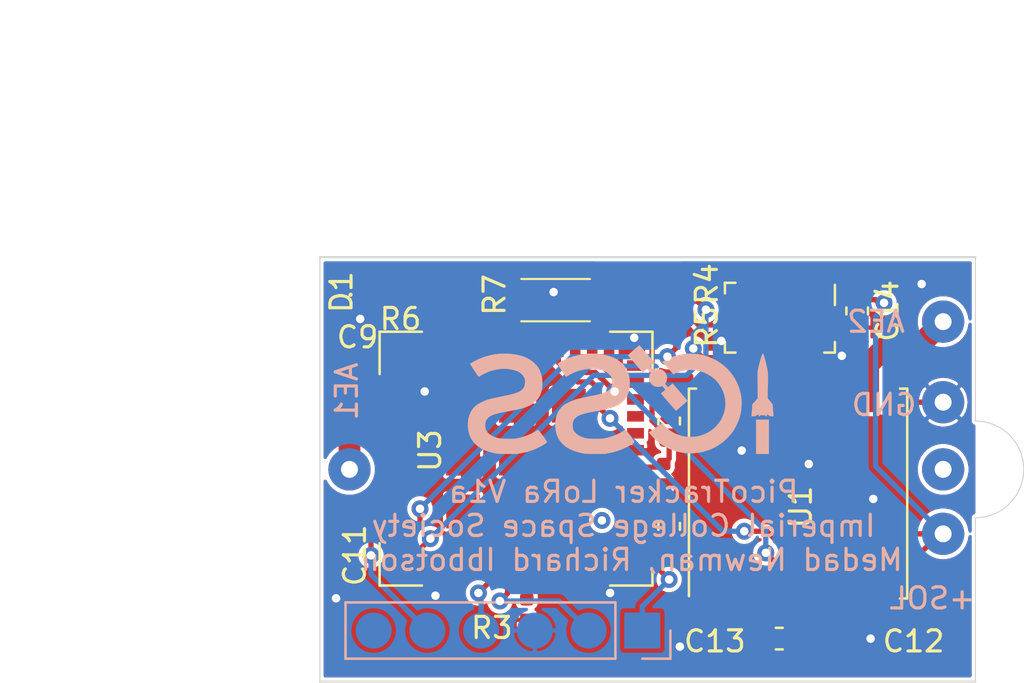
<source format=kicad_pcb>
(kicad_pcb (version 20171130) (host pcbnew "(5.1.2)-1")
  (title_block (title "PCB for Lora Pico Tracker") (date 2019-10-21) (company "Imperial College Space Society") (comment 1 "Richard Ibbotson, Medad Newman"))
  (layers (0 F.Cu signal hide) (31 B.Cu signal) (34 B.Paste user) (35 F.Paste user hide) (36 B.SilkS user) (37 F.SilkS user hide) (38 B.Mask user hide) (39 F.Mask user hide) (44 Edge.Cuts user))
  (net 0 "")
  (net 1 GND)
  (net 2 +3V3)
  (net 3 "Net-(C9-Pad1)")
  (net 4 /I2C1_SDA)
  (net 5 /I2C1_SCL)
  (net 6 "Net-(AE2-Pad1)")
  (net 7 /SWDIO)
  (net 8 /RESET)
  (net 9 /SWCLK)
  (net 10 "Net-(R3-Pad1)")
  (net 11 /GPS_TIMEPULSE)
  (net 12 /GPS_EXTINT)
  (net 13 "Net-(AE1-Pad1)")
  (net 14 /V_SOLAR)
  (net 15 "Net-(D1-Pad2)")
  (net 16 /LED)
  (net 17 /SWITCH)
  (net 18 /TCXO_EN)
  (module flight-computer:SolderWirePad_1x01_Drill0.8mm (layer F.Cu) (at 298.704 170.053)
    (fp_text reference StringHole1 hide)
    (fp_text value Unconnected)
    (pad "" np_thru_hole circle (at 0 0) (size 0.8 0.8) (drill 0.8) (layers *.Cu *.Mask))
  )
  (module RF_GPS:ublox_MAX (layer F.Cu) (at 289.306 171.196 90)
    (fp_text reference U1 (at -0.635 0.127 90) (layer F.SilkS))
    (fp_text value MAX-M8C)
    (pad 1 smd rect (at -4.75 -4.4 90) (size 1.8 0.7) (layers F.Cu F.Paste F.Mask) (net 1 GND))
    (pad 2 smd rect (at -4.75 -3.3 90) (size 1.8 0.8) (layers F.Cu F.Paste F.Mask))
    (pad 3 smd rect (at -4.75 -2.2 90) (size 1.8 0.8) (layers F.Cu F.Paste F.Mask))
    (pad 4 smd rect (at -4.75 -1.1 90) (size 1.8 0.8) (layers F.Cu F.Paste F.Mask) (net 11 /GPS_TIMEPULSE))
    (pad 5 smd rect (at -4.75 0 90) (size 1.8 0.8) (layers F.Cu F.Paste F.Mask) (net 12 /GPS_EXTINT))
    (pad 6 smd rect (at -4.75 1.1 90) (size 1.8 0.8) (layers F.Cu F.Paste F.Mask) (net 2 +3V3))
    (pad 7 smd rect (at -4.75 2.2 90) (size 1.8 0.8) (layers F.Cu F.Paste F.Mask) (net 2 +3V3))
    (pad 8 smd rect (at -4.75 3.3 90) (size 1.8 0.8) (layers F.Cu F.Paste F.Mask) (net 2 +3V3))
    (pad 9 smd rect (at -4.75 4.4 90) (size 1.8 0.7) (layers F.Cu F.Paste F.Mask) (net 2 +3V3))
    (pad 10 smd rect (at 4.75 4.4 90) (size 1.8 0.7) (layers F.Cu F.Paste F.Mask) (net 1 GND))
    (pad 11 smd rect (at 4.75 3.3 90) (size 1.8 0.8) (layers F.Cu F.Paste F.Mask) (net 6 "Net-(AE2-Pad1)"))
    (pad 12 smd rect (at 4.75 2.2 90) (size 1.8 0.8) (layers F.Cu F.Paste F.Mask) (net 1 GND))
    (pad 13 smd rect (at 4.75 1.1 90) (size 1.8 0.8) (layers F.Cu F.Paste F.Mask) (net 1 GND))
    (pad 14 smd rect (at 4.75 0 90) (size 1.8 0.8) (layers F.Cu F.Paste F.Mask))
    (pad 15 smd rect (at 4.75 -1.1 90) (size 1.8 0.8) (layers F.Cu F.Paste F.Mask))
    (pad 16 smd rect (at 4.75 -2.2 90) (size 1.8 0.8) (layers F.Cu F.Paste F.Mask) (net 4 /I2C1_SDA))
    (pad 17 smd rect (at 4.75 -3.3 90) (size 1.8 0.8) (layers F.Cu F.Paste F.Mask) (net 5 /I2C1_SCL))
    (pad 18 smd rect (at 4.75 -4.4 90) (size 1.8 0.7) (layers F.Cu F.Paste F.Mask))
  )
  (module Connector_Wire:SolderWirePad_1x01_Drill0.8mm (layer F.Cu) (at 296.164 170.053 90)
    (fp_text reference SolarCellMount1 hide)
    (fp_text value Unconnected)
    (pad 1 thru_hole circle (at 0 0 90) (size 1.99898 1.99898) (drill 0.8001) (layers *.Cu *.Mask))
  )
  (module Connector_Wire:SolderWirePad_1x01_Drill0.8mm (layer F.Cu) (at 296.164 173.101 270)
    (fp_text reference +SOL (at 3.048 0.508 180) (layer B.SilkS) (effects (justify mirror)))
    (fp_text value 3.3V)
    (pad 1 thru_hole circle (at 0 0 270) (size 1.99898 1.99898) (drill 0.8001) (layers *.Cu *.Mask) (net 2 +3V3))
  )
  (module Connector_Wire:SolderWirePad_1x01_Drill0.8mm (layer F.Cu) (at 296.164 166.878 270)
    (fp_text reference GND (at 0.127 2.794 180) (layer B.SilkS) (effects (justify mirror)))
    (fp_text value GND)
    (pad 1 thru_hole circle (at 0 0 270) (size 1.99898 1.99898) (drill 0.8001) (layers *.Cu *.Mask) (net 1 GND))
  )
  (module Capacitor_SMD:C_0603_1608Metric (layer F.Cu) (at 288.417 178.054 180)
    (fp_text reference C13 (at 3.048 -0.127) (layer F.SilkS))
    (fp_text value 10uF)
    (pad 1 smd roundrect (at -0.7875 0 180) (size 0.875 0.95) (layers F.Cu F.Paste F.Mask) (net 2 +3V3))
    (pad 2 smd roundrect (at 0.7875 0 180) (size 0.875 0.95) (layers F.Cu F.Paste F.Mask) (net 1 GND))
  )
  (module Capacitor_SMD:C_0603_1608Metric (layer F.Cu) (at 292.1 162.56 270)
    (fp_text reference C14 (at 0 -1.43 90) (layer F.SilkS))
    (fp_text value 220nF)
    (pad 1 smd roundrect (at -0.7875 0 270) (size 0.875 0.95) (layers F.Cu F.Paste F.Mask) (net 2 +3V3))
    (pad 2 smd roundrect (at 0.7875 0 270) (size 0.875 0.95) (layers F.Cu F.Paste F.Mask) (net 1 GND))
  )
  (module Capacitor_SMD:C_0402_1005Metric (layer F.Cu) (at 290.98 178.054 180)
    (fp_text reference C12 (at -3.787 -0.127 180) (layer F.SilkS))
    (fp_text value 100nF)
    (pad 2 smd roundrect (at 0.485 0 180) (size 0.59 0.64) (layers F.Cu F.Paste F.Mask) (net 1 GND))
    (pad 1 smd roundrect (at -0.485 0 180) (size 0.59 0.64) (layers F.Cu F.Paste F.Mask) (net 2 +3V3))
  )
  (module Connector_Wire:SolderWirePad_1x01_Drill0.8mm (layer F.Cu) (at 296.164 163.068 90)
    (fp_text reference AE2 (at 0 -3.175) (layer B.SilkS) (effects (justify mirror)))
    (fp_text value "GPS Antenna")
    (pad 1 thru_hole circle (at 0 0 90) (size 1.99898 1.99898) (drill 0.8001) (layers *.Cu *.Mask) (net 6 "Net-(AE2-Pad1)"))
  )
  (module Package_LGA:LGA-8_3x5mm_P1.25mm (layer F.Cu) (at 288.447 162.882 270)
    (fp_text reference U6 hide)
    (fp_text value MS5607-02BA)
    (pad 4 smd rect (at -1.075 1.875 270) (size 0.95 0.55) (layers F.Cu F.Paste F.Mask) (net 1 GND))
    (pad 1 smd rect (at -1.075 -1.875 270) (size 0.95 0.55) (layers F.Cu F.Paste F.Mask) (net 2 +3V3))
    (pad 2 smd rect (at -1.075 -0.625 270) (size 0.95 0.55) (layers F.Cu F.Paste F.Mask) (net 2 +3V3))
    (pad 3 smd rect (at -1.075 0.625 270) (size 0.95 0.55) (layers F.Cu F.Paste F.Mask) (net 1 GND))
    (pad 8 smd rect (at 1.075 -1.875 270) (size 0.95 0.55) (layers F.Cu F.Paste F.Mask) (net 5 /I2C1_SCL))
    (pad 7 smd rect (at 1.075 -0.625 270) (size 0.95 0.55) (layers F.Cu F.Paste F.Mask) (net 4 /I2C1_SDA))
    (pad 6 smd rect (at 1.075 0.625 270) (size 0.95 0.55) (layers F.Cu F.Paste F.Mask))
    (pad 5 smd rect (at 1.075 1.875 270) (size 0.95 0.55) (layers F.Cu F.Paste F.Mask) (net 1 GND))
  )
  (module Capacitor_SMD:C_0603_1608Metric (layer F.Cu) (at 283.21 172.7455 270)
    (fp_text reference C10 hide)
    (fp_text value 10uF)
    (pad 2 smd roundrect (at 0.7875 0 270) (size 0.875 0.95) (layers F.Cu F.Paste F.Mask) (net 1 GND))
    (pad 1 smd roundrect (at -0.7875 0 270) (size 0.875 0.95) (layers F.Cu F.Paste F.Mask) (net 2 +3V3))
  )
  (module Capacitor_SMD:C_0603_1608Metric (layer F.Cu) (at 283.21 167.767 90)
    (fp_text reference C7 hide)
    (fp_text value 1uF)
    (pad 2 smd roundrect (at 0.7875 0 90) (size 0.875 0.95) (layers F.Cu F.Paste F.Mask) (net 1 GND))
    (pad 1 smd roundrect (at -0.7875 0 90) (size 0.875 0.95) (layers F.Cu F.Paste F.Mask) (net 2 +3V3))
  )
  (module Capacitor_SMD:C_0402_1005Metric (layer F.Cu) (at 282.956 170.284 270)
    (fp_text reference C5 hide)
    (fp_text value 100nF)
    (pad 2 smd roundrect (at 0.485 0 270) (size 0.59 0.64) (layers F.Cu F.Paste F.Mask) (net 1 GND))
    (pad 1 smd roundrect (at -0.485 0 270) (size 0.59 0.64) (layers F.Cu F.Paste F.Mask) (net 2 +3V3))
  )
  (module LED_SMD:LED_0402_1005Metric (layer F.Cu) (at 269.24 161.798)
    (fp_text reference D1 (at -1.524 -0.127 90) (layer F.SilkS))
    (fp_text value LED)
    (pad 2 smd roundrect (at 0.485 0) (size 0.59 0.64) (layers F.Cu F.Paste F.Mask) (net 15 "Net-(D1-Pad2)"))
    (pad 1 smd roundrect (at -0.485 0) (size 0.59 0.64) (layers F.Cu F.Paste F.Mask) (net 1 GND))
  )
  (module Resistor_SMD:R_0402_1005Metric (layer F.Cu) (at 271.272 161.798)
    (fp_text reference R6 (at -0.762 1.143) (layer F.SilkS))
    (fp_text value R)
    (pad 2 smd roundrect (at 0.485 0) (size 0.59 0.64) (layers F.Cu F.Paste F.Mask) (net 16 /LED))
    (pad 1 smd roundrect (at -0.485 0) (size 0.59 0.64) (layers F.Cu F.Paste F.Mask) (net 15 "Net-(D1-Pad2)"))
  )
  (module Capacitor_SMD:C_0402_1005Metric (layer F.Cu) (at 268.478 172.339 180)
    (fp_text reference C1 hide)
    (fp_text value 100nF)
    (pad 2 smd roundrect (at 0.485 0 180) (size 0.59 0.64) (layers F.Cu F.Paste F.Mask) (net 1 GND))
    (pad 1 smd roundrect (at -0.485 0 180) (size 0.59 0.64) (layers F.Cu F.Paste F.Mask) (net 8 /RESET))
  )
  (module Capacitor_SMD:C_0402_1005Metric (layer F.Cu) (at 268.478 164.973)
    (fp_text reference C9 (at 0 -1.17) (layer F.SilkS))
    (fp_text value NF)
    (pad 1 smd roundrect (at -0.485 0) (size 0.59 0.64) (layers F.Cu F.Paste F.Mask) (net 3 "Net-(C9-Pad1)"))
    (pad 2 smd roundrect (at 0.485 0) (size 0.59 0.64) (layers F.Cu F.Paste F.Mask) (net 1 GND))
  )
  (module flight-computer:ICSS_Logo (layer B.Cu) (at 280.924 166.751 180)
    (fp_text reference J4 hide)
    (fp_text value "ICSS Logo" hide)
  )
  (module Connector_Wire:SolderWirePad_1x01_Drill0.8mm (layer F.Cu) (at 266.319 169.164)
    (fp_text reference AE1 (at 1.651 -2.794 90) (layer B.SilkS) (effects (justify mirror)))
    (fp_text value "Lora Antenna")
    (pad 1 thru_hole circle (at 1.778 0.889) (size 1.99898 1.99898) (drill 0.8001) (layers *.Cu *.Mask) (net 13 "Net-(AE1-Pad1)"))
  )
  (module flight-computer:EVPAWCD4A (layer F.Cu) (at 277.368 162.052 180)
    (fp_text reference SW1 hide)
    (fp_text value SW_Push hide)
    (pad 2 smd rect (at -2.1 0 180) (size 0.55 1.5) (layers F.Cu F.Paste F.Mask) (net 2 +3V3))
    (pad 1 smd rect (at 1.15 0 180) (size 0.55 1.5) (layers F.Cu F.Paste F.Mask) (net 17 /SWITCH))
  )
  (module Resistor_SMD:R_0402_1005Metric (layer F.Cu) (at 273.304 161.798 180)
    (fp_text reference R7 (at -1.651 0 90) (layer F.SilkS))
    (fp_text value 100K)
    (pad 2 smd roundrect (at 0.485 0 180) (size 0.59 0.64) (layers F.Cu F.Paste F.Mask) (net 1 GND))
    (pad 1 smd roundrect (at -0.485 0 180) (size 0.59 0.64) (layers F.Cu F.Paste F.Mask) (net 17 /SWITCH))
  )
  (module RF_Module:CMWX1ZZABZ (layer F.Cu) (at 275.971 169.545 180)
    (fp_text reference U3 (at 4.064 0.381 90) (layer F.SilkS))
    (fp_text value CMWX1ZZABZ-078)
    (pad 38 smd rect (at 3.6 -5.2 270) (size 0.8 0.5) (layers F.Cu F.Paste F.Mask))
    (pad 26 smd rect (at 5.65 3.6 180) (size 0.8 0.5) (layers F.Cu F.Paste F.Mask) (net 3 "Net-(C9-Pad1)"))
    (pad 25 smd rect (at 5.65 4.4 180) (size 0.8 0.5) (layers F.Cu F.Paste F.Mask) (net 1 GND))
    (pad 24 smd rect (at 4.4 5.2 90) (size 0.8 0.5) (layers F.Cu F.Paste F.Mask) (net 16 /LED))
    (pad 23 smd rect (at 3.6 5.2 90) (size 0.8 0.5) (layers F.Cu F.Paste F.Mask) (net 17 /SWITCH))
    (pad 22 smd rect (at 2.8 5.2 90) (size 0.8 0.5) (layers F.Cu F.Paste F.Mask))
    (pad 21 smd rect (at 2 5.2 90) (size 0.8 0.5) (layers F.Cu F.Paste F.Mask) (net 14 /V_SOLAR))
    (pad 20 smd rect (at 1.2 5.2 90) (size 0.8 0.5) (layers F.Cu F.Paste F.Mask))
    (pad 19 smd rect (at 0.4 5.2 270) (size 0.8 0.5) (layers F.Cu F.Paste F.Mask))
    (pad 18 smd rect (at -0.4 5.2 270) (size 0.8 0.5) (layers F.Cu F.Paste F.Mask))
    (pad 17 smd rect (at -1.2 5.2 270) (size 0.8 0.5) (layers F.Cu F.Paste F.Mask))
    (pad 16 smd rect (at -2 5.2 270) (size 0.8 0.5) (layers F.Cu F.Paste F.Mask) (net 12 /GPS_EXTINT))
    (pad 15 smd rect (at -2.8 5.2 270) (size 0.8 0.5) (layers F.Cu F.Paste F.Mask) (net 11 /GPS_TIMEPULSE))
    (pad 14 smd rect (at -3.6 5.2 270) (size 0.8 0.5) (layers F.Cu F.Paste F.Mask))
    (pad 13 smd rect (at -4.4 5.2 270) (size 0.8 0.5) (layers F.Cu F.Paste F.Mask))
    (pad 12 smd rect (at -5.65 4.4 180) (size 0.8 0.5) (layers F.Cu F.Paste F.Mask))
    (pad 41 smd rect (at 1.2 -5.2 270) (size 0.8 0.5) (layers F.Cu F.Paste F.Mask) (net 7 /SWDIO))
    (pad 40 smd rect (at 2 -5.2 270) (size 0.8 0.5) (layers F.Cu F.Paste F.Mask) (net 18 /TCXO_EN))
    (pad 39 smd rect (at 2.8 -5.2 270) (size 0.8 0.5) (layers F.Cu F.Paste F.Mask))
    (pad 37 smd rect (at 4.4 -5.2 270) (size 0.8 0.5) (layers F.Cu F.Paste F.Mask))
    (pad 36 smd rect (at 5.65 -4.4 180) (size 0.8 0.5) (layers F.Cu F.Paste F.Mask) (net 4 /I2C1_SDA))
    (pad 35 smd rect (at 5.65 -3.6 180) (size 0.8 0.5) (layers F.Cu F.Paste F.Mask) (net 5 /I2C1_SCL))
    (pad 34 smd rect (at 5.65 -2.8 180) (size 0.8 0.5) (layers F.Cu F.Paste F.Mask) (net 8 /RESET))
    (pad 33 smd rect (at 5.65 -2 180) (size 0.8 0.5) (layers F.Cu F.Paste F.Mask))
    (pad 32 smd rect (at 5.65 -1.2 180) (size 0.8 0.5) (layers F.Cu F.Paste F.Mask))
    (pad 31 smd rect (at 5.65 -0.4 180) (size 0.8 0.5) (layers F.Cu F.Paste F.Mask))
    (pad 30 smd rect (at 5.65 0.4 180) (size 0.8 0.5) (layers F.Cu F.Paste F.Mask))
    (pad 29 smd rect (at 5.65 1.2 180) (size 0.8 0.5) (layers F.Cu F.Paste F.Mask))
    (pad 28 smd rect (at 5.65 2 180) (size 0.8 0.5) (layers F.Cu F.Paste F.Mask))
    (pad 27 smd rect (at 5.65 2.8 180) (size 0.8 0.5) (layers F.Cu F.Paste F.Mask) (net 1 GND))
    (pad 11 smd rect (at -5.65 3.6 180) (size 0.8 0.5) (layers F.Cu F.Paste F.Mask))
    (pad 10 smd rect (at -5.65 2.8 180) (size 0.8 0.5) (layers F.Cu F.Paste F.Mask))
    (pad 9 smd rect (at -5.65 2 180) (size 0.8 0.5) (layers F.Cu F.Paste F.Mask))
    (pad 8 smd rect (at -5.65 1.2 180) (size 0.8 0.5) (layers F.Cu F.Paste F.Mask))
    (pad 7 smd rect (at -5.65 0.4 180) (size 0.8 0.5) (layers F.Cu F.Paste F.Mask) (net 1 GND))
    (pad 6 smd rect (at -5.65 -0.4 180) (size 0.8 0.5) (layers F.Cu F.Paste F.Mask) (net 2 +3V3))
    (pad 5 smd rect (at -5.65 -1.2 180) (size 0.8 0.5) (layers F.Cu F.Paste F.Mask) (net 2 +3V3))
    (pad 4 smd rect (at -5.65 -2 180) (size 0.8 0.5) (layers F.Cu F.Paste F.Mask) (net 2 +3V3))
    (pad 3 smd rect (at -5.65 -2.8 180) (size 0.8 0.5) (layers F.Cu F.Paste F.Mask) (net 1 GND))
    (pad 2 smd rect (at -5.65 -3.6 180) (size 0.8 0.5) (layers F.Cu F.Paste F.Mask))
    (pad 1 smd rect (at -5.65 -4.4 180) (size 0.8 0.5) (layers F.Cu F.Paste F.Mask))
    (pad 42 smd rect (at 0.4 -5.2 270) (size 0.8 0.5) (layers F.Cu F.Paste F.Mask) (net 9 /SWCLK))
    (pad 43 smd rect (at -0.4 -5.2 270) (size 0.8 0.5) (layers F.Cu F.Paste F.Mask) (net 10 "Net-(R3-Pad1)"))
    (pad 44 smd rect (at -1.2 -5.2 270) (size 0.8 0.5) (layers F.Cu F.Paste F.Mask) (net 1 GND))
    (pad 45 smd rect (at -2 -5.2 270) (size 0.8 0.5) (layers F.Cu F.Paste F.Mask))
    (pad 46 smd rect (at -2.8 -5.2 270) (size 0.8 0.5) (layers F.Cu F.Paste F.Mask))
    (pad 47 smd rect (at -3.6 -5.2 270) (size 0.8 0.5) (layers F.Cu F.Paste F.Mask))
    (pad 48 smd rect (at -4.4 -5.2 270) (size 0.8 0.5) (layers F.Cu F.Paste F.Mask) (net 18 /TCXO_EN))
    (pad 49 smd rect (at -2.5 -2.5 270) (size 1.6 1.6) (layers F.Cu F.Paste F.Mask) (net 1 GND))
    (pad 50 smd rect (at 0 -2.5 270) (size 1.6 1.6) (layers F.Cu F.Paste F.Mask) (net 1 GND))
    (pad 51 smd rect (at 2.5 -2.5 270) (size 1.6 1.6) (layers F.Cu F.Paste F.Mask) (net 1 GND))
    (pad 52 smd rect (at -2.5 0 270) (size 1.6 1.6) (layers F.Cu F.Paste F.Mask) (net 1 GND))
    (pad 53 smd rect (at 0 0 270) (size 1.6 1.6) (layers F.Cu F.Paste F.Mask) (net 1 GND))
    (pad 54 smd rect (at 2.5 0 270) (size 1.6 1.6) (layers F.Cu F.Paste F.Mask) (net 1 GND))
    (pad 55 smd rect (at -2.5 2.5 270) (size 1.6 1.6) (layers F.Cu F.Paste F.Mask) (net 1 GND))
    (pad 56 smd rect (at 0 2.5 270) (size 1.6 1.6) (layers F.Cu F.Paste F.Mask) (net 1 GND))
    (pad 57 smd rect (at 2.5 2.5 270) (size 1.6 1.6) (layers F.Cu F.Paste F.Mask) (net 1 GND))
  )
  (module Resistor_SMD:R_0402_1005Metric (layer F.Cu) (at 281.328 162.814)
    (fp_text reference R2 hide)
    (fp_text value 100K)
    (pad 2 smd roundrect (at 0.485 0) (size 0.59 0.64) (layers F.Cu F.Paste F.Mask) (net 1 GND))
    (pad 1 smd roundrect (at -0.485 0) (size 0.59 0.64) (layers F.Cu F.Paste F.Mask) (net 14 /V_SOLAR))
  )
  (module Resistor_SMD:R_0402_1005Metric (layer F.Cu) (at 281.305 161.163 180)
    (fp_text reference R1 hide)
    (fp_text value 100K)
    (pad 2 smd roundrect (at 0.485 0 180) (size 0.59 0.64) (layers F.Cu F.Paste F.Mask) (net 14 /V_SOLAR))
    (pad 1 smd roundrect (at -0.485 0 180) (size 0.59 0.64) (layers F.Cu F.Paste F.Mask) (net 2 +3V3))
  )
  (module Resistor_SMD:R_0402_1005Metric (layer F.Cu) (at 283.233 162.814)
    (fp_text reference R5 (at 1.755 0.508 90) (layer F.SilkS))
    (fp_text value 4.7K)
    (pad 2 smd roundrect (at 0.485 0) (size 0.59 0.64) (layers F.Cu F.Paste F.Mask) (net 5 /I2C1_SCL))
    (pad 1 smd roundrect (at -0.485 0) (size 0.59 0.64) (layers F.Cu F.Paste F.Mask) (net 2 +3V3))
  )
  (module Resistor_SMD:R_0402_1005Metric (layer F.Cu) (at 283.21 161.163 180)
    (fp_text reference R4 (at -1.778 -0.127 270) (layer F.SilkS))
    (fp_text value 4.7K)
    (pad 2 smd roundrect (at 0.485 0 180) (size 0.59 0.64) (layers F.Cu F.Paste F.Mask) (net 4 /I2C1_SDA))
    (pad 1 smd roundrect (at -0.485 0 180) (size 0.59 0.64) (layers F.Cu F.Paste F.Mask) (net 2 +3V3))
  )
  (module femto_footprints:special_test_pads (layer B.Cu) (at 281.94 177.673 90)
    (fp_text reference J1 hide)
    (fp_text value Conn_01x06 hide)
    (pad 1 smd rect (at 0 0 90) (size 1.7 1.7) (layers B.Cu B.Mask) (net 2 +3V3))
    (pad 2 smd oval (at 0 -2.54 90) (size 1.7 1.7) (layers B.Cu B.Mask) (net 9 /SWCLK))
    (pad 3 smd oval (at 0 -5.08 90) (size 1.7 1.7) (layers B.Cu B.Mask) (net 1 GND))
    (pad 4 smd oval (at 0 -7.62 90) (size 1.7 1.7) (layers B.Cu B.Mask) (net 7 /SWDIO))
    (pad 5 smd oval (at 0 -10.16 90) (size 1.7 1.7) (layers B.Cu B.Mask) (net 8 /RESET))
    (pad 6 smd oval (at 0 -12.7 90) (size 1.7 1.7) (layers B.Cu B.Mask))
  )
  (module Capacitor_SMD:C_0402_1005Metric (layer F.Cu) (at 268.501 168.021)
    (fp_text reference C11 (at -0.15 6.096 270) (layer F.SilkS))
    (fp_text value NF)
    (pad 1 smd roundrect (at -0.485 0) (size 0.59 0.64) (layers F.Cu F.Paste F.Mask) (net 13 "Net-(AE1-Pad1)"))
    (pad 2 smd roundrect (at 0.485 0) (size 0.59 0.64) (layers F.Cu F.Paste F.Mask) (net 1 GND))
  )
  (module Capacitor_SMD:C_0402_1005Metric (layer F.Cu) (at 267.97 166.497 90)
    (fp_text reference L1 hide)
    (fp_text value NF)
    (pad 2 smd roundrect (at 0.485 0 90) (size 0.59 0.64) (layers F.Cu F.Paste F.Mask) (net 3 "Net-(C9-Pad1)"))
    (pad 1 smd roundrect (at -0.485 0 90) (size 0.59 0.64) (layers F.Cu F.Paste F.Mask) (net 13 "Net-(AE1-Pad1)"))
  )
  (module Resistor_SMD:R_0402_1005Metric (layer F.Cu) (at 276.479 176.68 270)
    (fp_text reference R3 (at 0.866 1.651 180) (layer F.SilkS))
    (fp_text value 10K)
    (pad 1 smd roundrect (at -0.485 0 270) (size 0.59 0.64) (layers F.Cu F.Paste F.Mask) (net 10 "Net-(R3-Pad1)"))
    (pad 2 smd roundrect (at 0.485 0 270) (size 0.59 0.64) (layers F.Cu F.Paste F.Mask) (net 1 GND))
  )
  (gr_text "PicoTracker LoRa V1a\nImperial College Space Society\nMedad Newman, Richard Ibbotson " (at 281.051 172.72) (layer B.SilkS) (effects (font (size 1 1)) (justify mirror)))
  (gr_line (start 266.7 172.085) (end 266.7 166.37) (layer Edge.Cuts) (width 0.05))
  (gr_line (start 266.7 160.02) (end 266.7 166.37) (layer Edge.Cuts) (width 0.05))
  (gr_line (start 266.7 180.086) (end 266.7 172.085) (layer Edge.Cuts) (width 0.05))
  (gr_line (start 297.688 160.02) (end 297.688 167.767) (layer Edge.Cuts) (width 0.05))
  (gr_arc (start 297.688 170.053) (end 297.688 172.339) (angle -180) (layer Edge.Cuts) (width 0.05))
  (gr_line (start 297.688 180.086) (end 297.688 172.339) (layer Edge.Cuts) (width 0.05))
  (gr_line (start 297.688 180.086) (end 266.7 180.086) (layer Edge.Cuts) (width 0.1))
  (gr_line (start 266.7 160.02) (end 297.688 160.02) (layer Edge.Cuts) (width 0.1))
  (via (at 280.035 172.466) (size 0.8) (drill 0.4) (layers F.Cu B.Cu) (net 0))
  (segment (start 290.59301 178.69901) (end 291.96299 178.69901) (width 0.25) (layer F.Cu) (net 1))
  (via (at 292.735 178.054) (size 0.8) (drill 0.4) (layers F.Cu B.Cu) (net 1))
  (segment (start 291.372999 167.606001) (end 291.437999 167.671001) (width 0.25) (layer F.Cu) (net 1))
  (segment (start 291.437999 167.671001) (end 293.957507 167.671001) (width 0.25) (layer F.Cu) (net 1))
  (segment (start 293.957507 167.671001) (end 294.750508 166.878) (width 0.25) (layer F.Cu) (net 1))
  (segment (start 294.750508 166.878) (end 296.164 166.878) (width 0.25) (layer F.Cu) (net 1))
  (segment (start 292.1 163.6015) (end 291.372999 164.328501) (width 0.25) (layer F.Cu) (net 1))
  (segment (start 291.372999 164.328501) (end 291.372999 164.684001) (width 0.25) (layer F.Cu) (net 1))
  (segment (start 290.495 178.054) (end 290.495 178.474) (width 0.25) (layer F.Cu) (net 1))
  (segment (start 292.08999 178.69901) (end 292.735 178.054) (width 0.25) (layer F.Cu) (net 1))
  (segment (start 290.495 178.474) (end 290.72001 178.69901) (width 0.25) (layer F.Cu) (net 1))
  (segment (start 284.906 177.096) (end 284.906 175.946) (width 0.25) (layer F.Cu) (net 1))
  (segment (start 285.864 178.054) (end 284.906 177.096) (width 0.25) (layer F.Cu) (net 1))
  (segment (start 287.6295 178.054) (end 285.864 178.054) (width 0.25) (layer F.Cu) (net 1))
  (via (at 281.559 163.83) (size 0.8) (drill 0.4) (layers F.Cu B.Cu) (net 1))
  (segment (start 281.813 162.814) (end 281.813 163.576) (width 0.25) (layer F.Cu) (net 1))
  (segment (start 281.813 163.576) (end 281.559 163.83) (width 0.25) (layer F.Cu) (net 1))
  (via (at 285.673623 163.979132) (size 0.8) (drill 0.4) (layers F.Cu B.Cu) (net 1))
  (segment (start 286.572 163.957) (end 285.695755 163.957) (width 0.25) (layer F.Cu) (net 1))
  (segment (start 285.695755 163.957) (end 285.673623 163.979132) (width 0.25) (layer F.Cu) (net 1))
  (via (at 268.605 162.941) (size 0.8) (drill 0.4) (layers F.Cu B.Cu) (net 1))
  (via (at 283.718 178.435) (size 0.8) (drill 0.4) (layers F.Cu B.Cu) (net 1))
  (via (at 272.161 176.022) (size 0.8) (drill 0.4) (layers F.Cu B.Cu) (net 1))
  (via (at 280.416 175.895) (size 0.8) (drill 0.4) (layers F.Cu B.Cu) (net 1))
  (via (at 277.749 161.671) (size 0.8) (drill 0.4) (layers F.Cu B.Cu) (net 1))
  (via (at 289.814 169.799) (size 0.8) (drill 0.4) (layers F.Cu B.Cu) (net 1))
  (segment (start 291.372999 164.684001) (end 291.372999 167.606001) (width 0.25) (layer F.Cu) (net 1))
  (via (at 291.372999 164.684001) (size 0.8) (drill 0.4) (layers F.Cu B.Cu) (net 1))
  (via (at 271.653 166.37) (size 0.8) (drill 0.4) (layers F.Cu B.Cu) (net 1))
  (via (at 267.462 176.149) (size 0.8) (drill 0.4) (layers F.Cu B.Cu) (net 1))
  (via (at 295.148 161.29) (size 0.8) (drill 0.4) (layers F.Cu B.Cu) (net 1))
  (via (at 292.862 171.45) (size 0.8) (drill 0.4) (layers F.Cu B.Cu) (net 1))
  (via (at 286.639 169.164) (size 0.8) (drill 0.4) (layers F.Cu B.Cu) (net 1))
  (segment (start 289.2017 160.782) (end 289.814 160.782) (width 0.2933) (layer F.Cu) (net 2))
  (segment (start 291.465 178.054) (end 291.465 177.8) (width 0.25) (layer F.Cu) (net 2))
  (segment (start 291.465 177.8) (end 290.406 176.741) (width 0.25) (layer F.Cu) (net 2))
  (segment (start 290.406 176.741) (end 290.406 175.946) (width 0.25) (layer F.Cu) (net 2))
  (segment (start 293.706 175.946) (end 293.706 175.396) (width 0.25) (layer F.Cu) (net 2))
  (segment (start 294.750508 173.101) (end 296.164 173.101) (width 0.25) (layer F.Cu) (net 2))
  (segment (start 292.606 174.796) (end 294.301 173.101) (width 0.25) (layer F.Cu) (net 2))
  (segment (start 294.301 173.101) (end 294.750508 173.101) (width 0.25) (layer F.Cu) (net 2))
  (segment (start 290.406 174.796) (end 292.101 173.101) (width 0.25) (layer F.Cu) (net 2))
  (segment (start 290.406 175.946) (end 290.406 174.796) (width 0.25) (layer F.Cu) (net 2))
  (segment (start 291.506 175.946) (end 291.506 174.796) (width 0.25) (layer F.Cu) (net 2))
  (segment (start 291.506 174.796) (end 293.201 173.101) (width 0.25) (layer F.Cu) (net 2))
  (segment (start 293.201 173.101) (end 293.624 173.101) (width 0.25) (layer F.Cu) (net 2))
  (segment (start 290.322 161.163) (end 290.322 161.807) (width 0.2933) (layer F.Cu) (net 2))
  (segment (start 289.072 161.807) (end 289.072 161.0387) (width 0.2933) (layer F.Cu) (net 2))
  (segment (start 289.941 160.782) (end 290.322 161.163) (width 0.2933) (layer F.Cu) (net 2))
  (segment (start 291.8805 161.807) (end 292.1 162.0265) (width 0.2933) (layer F.Cu) (net 2))
  (segment (start 289.072 161.0387) (end 289.3287 160.782) (width 0.2933) (layer F.Cu) (net 2))
  (segment (start 290.322 161.807) (end 291.8805 161.807) (width 0.2933) (layer F.Cu) (net 2))
  (segment (start 292.9635 162.0265) (end 293.37 162.433) (width 0.25) (layer F.Cu) (net 2))
  (segment (start 295.656 173.609) (end 296.164 173.101) (width 0.25) (layer F.Cu) (net 2))
  (segment (start 292.970001 169.907001) (end 296.164 173.101) (width 0.25) (layer B.Cu) (net 2))
  (segment (start 293.37 162.433) (end 292.970001 162.832999) (width 0.25) (layer B.Cu) (net 2))
  (segment (start 292.970001 162.832999) (end 292.970001 169.907001) (width 0.25) (layer B.Cu) (net 2))
  (segment (start 292.1 162.0265) (end 292.9635 162.0265) (width 0.25) (layer F.Cu) (net 2))
  (via (at 293.37 162.179) (size 0.8) (drill 0.4) (layers F.Cu B.Cu) (net 2))
  (segment (start 289.2045 178.054) (end 290.406 176.8525) (width 0.25) (layer F.Cu) (net 2))
  (segment (start 293.706 175.396) (end 296.001 173.101) (width 0.25) (layer F.Cu) (net 2))
  (segment (start 296.001 173.101) (end 296.164 173.101) (width 0.25) (layer F.Cu) (net 2))
  (segment (start 290.406 176.8525) (end 290.406 175.946) (width 0.25) (layer F.Cu) (net 2))
  (segment (start 293.624 173.101) (end 294.750508 173.101) (width 0.25) (layer F.Cu) (net 2))
  (segment (start 292.101 173.101) (end 293.624 173.101) (width 0.25) (layer F.Cu) (net 2))
  (segment (start 292.606 175.946) (end 292.606 174.796) (width 0.25) (layer F.Cu) (net 2))
  (segment (start 282.797 171.545) (end 283.21 171.958) (width 0.25) (layer F.Cu) (net 2))
  (segment (start 281.621 171.545) (end 282.797 171.545) (width 0.25) (layer F.Cu) (net 2))
  (segment (start 282.81 169.945) (end 282.956 169.799) (width 0.25) (layer F.Cu) (net 2))
  (segment (start 281.621 169.945) (end 282.81 169.945) (width 0.25) (layer F.Cu) (net 2))
  (segment (start 283.21 169.545) (end 282.956 169.799) (width 0.25) (layer F.Cu) (net 2))
  (segment (start 283.21 168.5545) (end 283.21 169.545) (width 0.25) (layer F.Cu) (net 2))
  (segment (start 280.905 169.945) (end 281.621 169.945) (width 0.25) (layer F.Cu) (net 2))
  (segment (start 280.613 170.237) (end 280.905 169.945) (width 0.25) (layer F.Cu) (net 2))
  (segment (start 281.621 170.745) (end 280.613 170.745) (width 0.25) (layer F.Cu) (net 2))
  (segment (start 280.613 170.745) (end 280.613 170.237) (width 0.25) (layer F.Cu) (net 2))
  (segment (start 281.146 171.545) (end 281.621 171.545) (width 0.25) (layer F.Cu) (net 2))
  (segment (start 280.613 170.745) (end 280.613 171.012) (width 0.25) (layer F.Cu) (net 2))
  (segment (start 280.613 171.012) (end 281.146 171.545) (width 0.25) (layer F.Cu) (net 2))
  (via (at 283.21 175.26) (size 0.8) (drill 0.4) (layers F.Cu B.Cu) (net 2))
  (segment (start 282.40999 174.45999) (end 283.21 175.26) (width 0.25) (layer F.Cu) (net 2))
  (segment (start 283.21 171.958) (end 282.40999 172.75801) (width 0.25) (layer F.Cu) (net 2))
  (segment (start 282.40999 172.75801) (end 282.40999 174.45999) (width 0.25) (layer F.Cu) (net 2))
  (segment (start 281.94 176.53) (end 281.94 177.673) (width 0.25) (layer B.Cu) (net 2))
  (segment (start 283.21 175.26) (end 281.94 176.53) (width 0.25) (layer B.Cu) (net 2))
  (segment (start 281.79 160.743) (end 281.79 161.163) (width 0.25) (layer F.Cu) (net 2))
  (segment (start 281.56499 160.51799) (end 281.79 160.743) (width 0.25) (layer F.Cu) (net 2))
  (segment (start 280.00201 160.51799) (end 281.56499 160.51799) (width 0.25) (layer F.Cu) (net 2))
  (segment (start 279.468 161.052) (end 280.00201 160.51799) (width 0.25) (layer F.Cu) (net 2))
  (segment (start 279.468 162.052) (end 279.468 161.052) (width 0.25) (layer F.Cu) (net 2))
  (segment (start 284.752002 161.251) (end 286.108003 162.607001) (width 0.25) (layer F.Cu) (net 2))
  (segment (start 283.695 161.251) (end 284.752002 161.251) (width 0.25) (layer F.Cu) (net 2))
  (segment (start 286.108003 162.607001) (end 288.471999 162.607001) (width 0.25) (layer F.Cu) (net 2))
  (segment (start 288.471999 162.607001) (end 289.072 162.007) (width 0.25) (layer F.Cu) (net 2))
  (segment (start 289.072 162.007) (end 289.072 161.807) (width 0.25) (layer F.Cu) (net 2))
  (segment (start 282.702 162.768) (end 282.748 162.814) (width 0.25) (layer F.Cu) (net 2))
  (segment (start 282.702 162.179) (end 282.702 162.768) (width 0.25) (layer F.Cu) (net 2))
  (segment (start 281.79 161.267) (end 282.702 162.179) (width 0.25) (layer F.Cu) (net 2))
  (segment (start 281.79 161.163) (end 281.79 161.267) (width 0.25) (layer F.Cu) (net 2))
  (segment (start 283.695 160.743) (end 283.695 161.163) (width 0.25) (layer F.Cu) (net 2))
  (segment (start 283.46999 160.51799) (end 283.695 160.743) (width 0.25) (layer F.Cu) (net 2))
  (segment (start 282.381778 160.51799) (end 283.46999 160.51799) (width 0.25) (layer F.Cu) (net 2))
  (segment (start 282.10499 160.794778) (end 282.381778 160.51799) (width 0.25) (layer F.Cu) (net 2))
  (segment (start 282.10499 160.99801) (end 282.10499 160.794778) (width 0.25) (layer F.Cu) (net 2))
  (segment (start 281.94 161.163) (end 282.10499 160.99801) (width 0.25) (layer F.Cu) (net 2))
  (segment (start 281.79 161.163) (end 281.94 161.163) (width 0.25) (layer F.Cu) (net 2))
  (segment (start 283.21 168.5545) (end 282.400464 167.744964) (width 0.25) (layer F.Cu) (net 2))
  (segment (start 282.413832 163.148168) (end 282.748 162.814) (width 0.25) (layer F.Cu) (net 2))
  (segment (start 282.400464 163.161536) (end 282.413832 163.148168) (width 0.25) (layer F.Cu) (net 2))
  (segment (start 282.400464 167.744964) (end 282.400464 163.161536) (width 0.25) (layer F.Cu) (net 2))
  (segment (start 267.993 165.989) (end 267.97 166.012) (width 0.5) (layer F.Cu) (net 3))
  (segment (start 267.993 164.973) (end 267.993 165.989) (width 0.5) (layer F.Cu) (net 3))
  (segment (start 268.037 165.945) (end 267.97 166.012) (width 0.5) (layer F.Cu) (net 3))
  (segment (start 270.321 165.945) (end 268.037 165.945) (width 0.5) (layer F.Cu) (net 3))
  (via (at 271.921421 173.328952) (size 0.8) (drill 0.4) (layers F.Cu B.Cu) (net 4))
  (segment (start 270.321 173.945) (end 271.305373 173.945) (width 0.25) (layer F.Cu) (net 4))
  (segment (start 271.305373 173.945) (end 271.921421 173.328952) (width 0.25) (layer F.Cu) (net 4))
  (segment (start 289.072 164.157) (end 289.072 163.957) (width 0.25) (layer F.Cu) (net 4))
  (segment (start 288.471999 164.757001) (end 289.072 164.157) (width 0.25) (layer F.Cu) (net 4))
  (segment (start 287.644999 164.757001) (end 288.471999 164.757001) (width 0.25) (layer F.Cu) (net 4))
  (segment (start 287.106 165.296) (end 287.644999 164.757001) (width 0.25) (layer F.Cu) (net 4))
  (segment (start 284.948623 163.066243) (end 284.948623 162.500558) (width 0.25) (layer B.Cu) (net 4))
  (segment (start 279.642373 165.608) (end 284.029004 165.608) (width 0.25) (layer B.Cu) (net 4))
  (via (at 284.948623 162.500558) (size 0.8) (drill 0.4) (layers F.Cu B.Cu) (net 4))
  (segment (start 284.948623 164.688381) (end 284.948623 163.066243) (width 0.25) (layer B.Cu) (net 4))
  (segment (start 284.029004 165.608) (end 284.948623 164.688381) (width 0.25) (layer B.Cu) (net 4))
  (segment (start 271.921421 173.328952) (end 279.642373 165.608) (width 0.25) (layer B.Cu) (net 4))
  (segment (start 283.259969 162.100559) (end 284.548624 162.100559) (width 0.25) (layer F.Cu) (net 4))
  (segment (start 284.548624 162.100559) (end 284.948623 162.500558) (width 0.25) (layer F.Cu) (net 4))
  (segment (start 283.059168 161.899758) (end 283.259969 162.100559) (width 0.25) (layer F.Cu) (net 4))
  (segment (start 283.059168 161.497168) (end 283.059168 161.899758) (width 0.25) (layer F.Cu) (net 4))
  (segment (start 282.725 161.163) (end 283.059168 161.497168) (width 0.25) (layer F.Cu) (net 4))
  (segment (start 284.353 163.772315) (end 284.353 164.338) (width 0.25) (layer B.Cu) (net 4))
  (segment (start 284.948623 163.066243) (end 284.353 163.661866) (width 0.25) (layer B.Cu) (net 4))
  (segment (start 284.353 163.661866) (end 284.353 163.772315) (width 0.25) (layer B.Cu) (net 4))
  (via (at 284.353 164.338) (size 0.8) (drill 0.4) (layers F.Cu B.Cu) (net 4))
  (segment (start 287.106 165.296) (end 287.106 166.446) (width 0.25) (layer F.Cu) (net 4))
  (segment (start 286.580989 164.770989) (end 287.106 165.296) (width 0.25) (layer F.Cu) (net 4))
  (segment (start 284.785989 164.770989) (end 286.580989 164.770989) (width 0.25) (layer F.Cu) (net 4))
  (segment (start 284.353 164.338) (end 284.785989 164.770989) (width 0.25) (layer F.Cu) (net 4))
  (via (at 271.431529 171.916151) (size 0.8) (drill 0.4) (layers F.Cu B.Cu) (net 5))
  (segment (start 271.431529 172.684471) (end 271.431529 172.481836) (width 0.25) (layer F.Cu) (net 5))
  (segment (start 271.431529 172.481836) (end 271.431529 171.916151) (width 0.25) (layer F.Cu) (net 5))
  (segment (start 270.321 173.145) (end 270.971 173.145) (width 0.25) (layer F.Cu) (net 5))
  (segment (start 270.971 173.145) (end 271.431529 172.684471) (width 0.25) (layer F.Cu) (net 5))
  (via (at 283.128401 164.725287) (size 0.8) (drill 0.4) (layers F.Cu B.Cu) (net 5))
  (segment (start 278.622393 164.725287) (end 282.562716 164.725287) (width 0.25) (layer B.Cu) (net 5))
  (segment (start 282.562716 164.725287) (end 283.128401 164.725287) (width 0.25) (layer B.Cu) (net 5))
  (segment (start 271.431529 171.916151) (end 278.622393 164.725287) (width 0.25) (layer B.Cu) (net 5))
  (segment (start 283.5284 165.125286) (end 283.128401 164.725287) (width 0.25) (layer F.Cu) (net 5))
  (segment (start 283.624113 165.220999) (end 283.5284 165.125286) (width 0.25) (layer F.Cu) (net 5))
  (segment (start 285.930999 165.220999) (end 283.624113 165.220999) (width 0.25) (layer F.Cu) (net 5))
  (segment (start 286.006 166.446) (end 286.006 165.296) (width 0.25) (layer F.Cu) (net 5))
  (segment (start 286.006 165.296) (end 285.930999 165.220999) (width 0.25) (layer F.Cu) (net 5))
  (segment (start 283.5284 163.0036) (end 283.718 162.814) (width 0.25) (layer F.Cu) (net 5))
  (segment (start 283.5284 164.325288) (end 283.5284 163.0036) (width 0.25) (layer F.Cu) (net 5))
  (segment (start 283.128401 164.725287) (end 283.5284 164.325288) (width 0.25) (layer F.Cu) (net 5))
  (segment (start 290.322 163.757) (end 290.322 163.957) (width 0.25) (layer F.Cu) (net 5))
  (segment (start 289.721999 163.156999) (end 290.322 163.757) (width 0.25) (layer F.Cu) (net 5))
  (segment (start 285.211441 163.225559) (end 285.280001 163.156999) (width 0.25) (layer F.Cu) (net 5))
  (segment (start 284.600622 163.225559) (end 285.211441 163.225559) (width 0.25) (layer F.Cu) (net 5))
  (segment (start 285.280001 163.156999) (end 289.721999 163.156999) (width 0.25) (layer F.Cu) (net 5))
  (segment (start 284.189063 162.814) (end 284.600622 163.225559) (width 0.25) (layer F.Cu) (net 5))
  (segment (start 283.718 162.814) (end 284.189063 162.814) (width 0.25) (layer F.Cu) (net 5))
  (segment (start 295.164511 164.067489) (end 293.640511 164.067489) (width 1.028) (layer F.Cu) (net 6))
  (segment (start 292.620001 165.087999) (end 292.620001 166.446) (width 1.028) (layer F.Cu) (net 6))
  (segment (start 293.640511 164.067489) (end 292.620001 165.087999) (width 1.028) (layer F.Cu) (net 6))
  (segment (start 296.164 163.068) (end 295.164511 164.067489) (width 1.028) (layer F.Cu) (net 6))
  (via (at 274.193 175.895) (size 0.8) (drill 0.4) (layers F.Cu B.Cu) (net 7))
  (segment (start 274.32 177.673) (end 274.32 176.022) (width 0.25) (layer B.Cu) (net 7))
  (segment (start 274.32 176.022) (end 274.193 175.895) (width 0.25) (layer B.Cu) (net 7))
  (segment (start 274.771 175.317) (end 274.771 174.745) (width 0.25) (layer F.Cu) (net 7))
  (segment (start 274.193 175.895) (end 274.771 175.317) (width 0.25) (layer F.Cu) (net 7))
  (segment (start 270.315 172.339) (end 270.321 172.345) (width 0.25) (layer F.Cu) (net 8))
  (segment (start 268.963 172.339) (end 270.315 172.339) (width 0.25) (layer F.Cu) (net 8))
  (via (at 269.113 174.117) (size 0.8) (drill 0.4) (layers F.Cu B.Cu) (net 8))
  (segment (start 271.78 177.673) (end 269.113 175.006) (width 0.25) (layer B.Cu) (net 8))
  (segment (start 269.113 175.006) (end 269.113 174.117) (width 0.25) (layer B.Cu) (net 8))
  (segment (start 269.113 172.489) (end 268.963 172.339) (width 0.25) (layer F.Cu) (net 8))
  (segment (start 269.113 174.117) (end 269.113 172.489) (width 0.25) (layer F.Cu) (net 8))
  (via (at 275.209 176.276) (size 0.8) (drill 0.4) (layers F.Cu B.Cu) (net 9))
  (segment (start 279.4 177.673) (end 278.003 176.276) (width 0.25) (layer B.Cu) (net 9))
  (segment (start 278.003 176.276) (end 275.209 176.276) (width 0.25) (layer B.Cu) (net 9))
  (segment (start 275.571 174.745) (end 275.571 175.914) (width 0.25) (layer F.Cu) (net 9))
  (segment (start 275.571 175.914) (end 275.209 176.276) (width 0.25) (layer F.Cu) (net 9))
  (segment (start 276.479 174.853) (end 276.371 174.745) (width 0.25) (layer F.Cu) (net 10))
  (segment (start 276.479 176.195) (end 276.479 174.853) (width 0.25) (layer F.Cu) (net 10))
  (via (at 287.778458 173.998404) (size 0.8) (drill 0.4) (layers F.Cu B.Cu) (net 11))
  (segment (start 288.178457 174.398403) (end 287.778458 173.998404) (width 0.25) (layer F.Cu) (net 11))
  (segment (start 288.206 174.425946) (end 288.178457 174.398403) (width 0.25) (layer F.Cu) (net 11))
  (segment (start 288.206 175.946) (end 288.206 174.425946) (width 0.25) (layer F.Cu) (net 11))
  (via (at 280.633454 166.373375) (size 0.8) (drill 0.4) (layers F.Cu B.Cu) (net 11))
  (segment (start 278.846001 165.070001) (end 278.771 164.995) (width 0.25) (layer F.Cu) (net 11))
  (segment (start 279.261988 165.469988) (end 278.862001 165.070001) (width 0.25) (layer F.Cu) (net 11))
  (segment (start 279.717401 165.469988) (end 279.261988 165.469988) (width 0.25) (layer F.Cu) (net 11))
  (segment (start 279.982413 165.735) (end 279.717401 165.469988) (width 0.25) (layer F.Cu) (net 11))
  (segment (start 278.862001 165.070001) (end 278.846001 165.070001) (width 0.25) (layer F.Cu) (net 11))
  (segment (start 280.633454 166.373375) (end 279.995079 165.735) (width 0.25) (layer F.Cu) (net 11))
  (segment (start 278.771 164.995) (end 278.771 164.345) (width 0.25) (layer F.Cu) (net 11))
  (segment (start 279.995079 165.735) (end 279.982413 165.735) (width 0.25) (layer F.Cu) (net 11))
  (segment (start 281.181375 166.373375) (end 280.633454 166.373375) (width 0.25) (layer B.Cu) (net 11))
  (segment (start 287.778458 173.998404) (end 287.778458 172.970458) (width 0.25) (layer B.Cu) (net 11))
  (segment (start 287.778458 172.970458) (end 281.181375 166.373375) (width 0.25) (layer B.Cu) (net 11))
  (via (at 286.76134 172.97866) (size 0.8) (drill 0.4) (layers F.Cu B.Cu) (net 12))
  (segment (start 287.835025 172.97866) (end 287.327025 172.97866) (width 0.25) (layer F.Cu) (net 12))
  (segment (start 289.306 174.449635) (end 287.835025 172.97866) (width 0.25) (layer F.Cu) (net 12))
  (segment (start 289.306 175.946) (end 289.306 174.449635) (width 0.25) (layer F.Cu) (net 12))
  (segment (start 287.327025 172.97866) (end 286.76134 172.97866) (width 0.25) (layer F.Cu) (net 12))
  (via (at 280.416 167.64) (size 0.8) (drill 0.4) (layers F.Cu B.Cu) (net 12))
  (segment (start 279.762001 166.986001) (end 280.016001 167.240001) (width 0.25) (layer F.Cu) (net 12))
  (segment (start 285.75466 172.97866) (end 280.815999 168.039999) (width 0.25) (layer B.Cu) (net 12))
  (segment (start 279.762001 166.150999) (end 279.762001 166.986001) (width 0.25) (layer F.Cu) (net 12))
  (segment (start 280.815999 168.039999) (end 280.416 167.64) (width 0.25) (layer B.Cu) (net 12))
  (segment (start 277.971 164.995) (end 278.895999 165.919999) (width 0.25) (layer F.Cu) (net 12))
  (segment (start 279.531001 165.919999) (end 279.762001 166.150999) (width 0.25) (layer F.Cu) (net 12))
  (segment (start 280.016001 167.240001) (end 280.416 167.64) (width 0.25) (layer F.Cu) (net 12))
  (segment (start 278.895999 165.919999) (end 279.531001 165.919999) (width 0.25) (layer F.Cu) (net 12))
  (segment (start 277.971 164.345) (end 277.971 164.995) (width 0.25) (layer F.Cu) (net 12))
  (segment (start 286.76134 172.97866) (end 285.75466 172.97866) (width 0.25) (layer B.Cu) (net 12))
  (segment (start 267.97 168.512508) (end 267.97 167.02101) (width 1.028) (layer F.Cu) (net 13))
  (segment (start 268.097 170.053) (end 268.097 168.639508) (width 1.028) (layer F.Cu) (net 13))
  (segment (start 268.097 168.639508) (end 267.97 168.512508) (width 1.028) (layer F.Cu) (net 13))
  (segment (start 280.448 162.814) (end 280.843 162.814) (width 0.25) (layer F.Cu) (net 14))
  (segment (start 280.134999 163.127001) (end 280.448 162.814) (width 0.25) (layer F.Cu) (net 14))
  (segment (start 274.753997 163.127001) (end 280.134999 163.127001) (width 0.25) (layer F.Cu) (net 14))
  (segment (start 273.971 163.909998) (end 274.753997 163.127001) (width 0.25) (layer F.Cu) (net 14))
  (segment (start 273.971 164.345) (end 273.971 163.909998) (width 0.25) (layer F.Cu) (net 14))
  (segment (start 280.82 162.791) (end 280.843 162.814) (width 0.25) (layer F.Cu) (net 14))
  (segment (start 280.82 161.163) (end 280.82 162.791) (width 0.25) (layer F.Cu) (net 14))
  (segment (start 269.725 161.798) (end 270.787 161.798) (width 0.25) (layer F.Cu) (net 15))
  (segment (start 271.653 161.902) (end 271.757 161.798) (width 0.25) (layer F.Cu) (net 16))
  (segment (start 271.571 164.345) (end 271.653 164.263) (width 0.25) (layer F.Cu) (net 16))
  (segment (start 271.653 164.263) (end 271.653 161.902) (width 0.25) (layer F.Cu) (net 16))
  (segment (start 275.192588 162.052) (end 276.218 162.052) (width 0.25) (layer F.Cu) (net 17))
  (segment (start 274.039578 163.20501) (end 275.192588 162.052) (width 0.25) (layer F.Cu) (net 17))
  (segment (start 273.075988 163.20501) (end 274.039578 163.20501) (width 0.25) (layer F.Cu) (net 17))
  (segment (start 272.371 163.909998) (end 273.075988 163.20501) (width 0.25) (layer F.Cu) (net 17))
  (segment (start 272.371 164.345) (end 272.371 163.909998) (width 0.25) (layer F.Cu) (net 17))
  (segment (start 274.938588 161.798) (end 273.789 161.798) (width 0.25) (layer F.Cu) (net 17))
  (segment (start 275.192588 162.052) (end 274.938588 161.798) (width 0.25) (layer F.Cu) (net 17))
  (segment (start 280.371 174.095) (end 280.371 174.745) (width 0.25) (layer F.Cu) (net 18))
  (segment (start 280.295999 174.019999) (end 280.371 174.095) (width 0.25) (layer F.Cu) (net 18))
  (segment (start 274.260999 174.019999) (end 280.295999 174.019999) (width 0.25) (layer F.Cu) (net 18))
  (segment (start 273.971 174.309998) (end 274.260999 174.019999) (width 0.25) (layer F.Cu) (net 18))
  (segment (start 273.971 174.745) (end 273.971 174.309998) (width 0.25) (layer F.Cu) (net 18))
  (zone (net 1) (net_name GND) (layer F.Cu) (connect_pads (clearance 0.15)) (min_thickness 0.15) (fill yes (arc_segments 32) (thermal_gap 0.15) (thermal_bridge_width 0.2))
    (polygon (pts (xy 266.7 160.02) (xy 266.7 180.086) (xy 297.688 180.086) (xy 297.688 160.02)))
  )
  (zone (net 1) (net_name GND) (layer B.Cu) (connect_pads (clearance 0.15)) (min_thickness 0.15) (fill yes (arc_segments 32) (thermal_gap 0.15) (thermal_bridge_width 0.2))
    (polygon (pts (xy 266.7 160.02) (xy 266.7 180.086) (xy 297.688 180.086) (xy 297.688 160.02)))
  )
)
</source>
